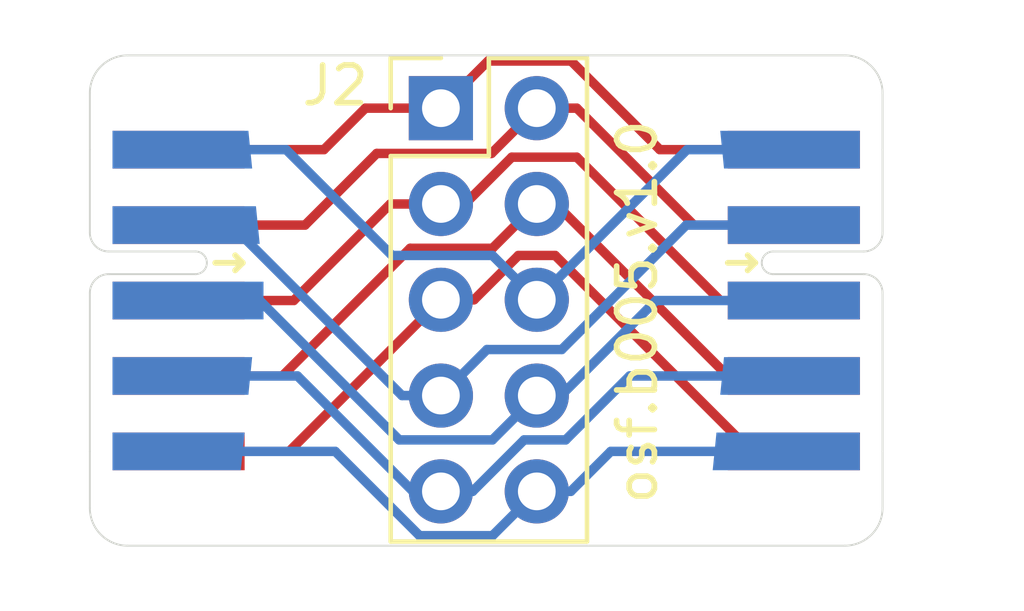
<source format=kicad_pcb>
(kicad_pcb (version 20211014) (generator pcbnew)
  (layers (0 "F.Cu" signal) (1 "In1.Cu" signal) (2 "In2.Cu" signal) (31 "B.Cu" signal) (34 "B.Paste" user) (35 "F.Paste" user) (36 "B.SilkS" user "B.Silkscreen") (37 "F.SilkS" user "F.Silkscreen") (38 "B.Mask" user) (39 "F.Mask" user) (44 "Edge.Cuts" user))
  (net 0 "")
  (net 1 "Net-(J1-Pad1)")
  (net 2 "Net-(J1-Pad2)")
  (net 3 "Net-(J1-Pad4)")
  (net 4 "Net-(J1-Pad3)")
  (net 5 "Net-(J1-Pad10)")
  (net 6 "Net-(J1-Pad6)")
  (net 7 "Net-(J1-Pad8)")
  (net 8 "Net-(J1-Pad9)")
  (net 9 "Net-(J1-Pad7)")
  (net 10 "Net-(J1-Pad5)")
  (footprint "on_edge:on_edge_2x05_device" (layer "F.Cu") (at 140.5 99 -90)
    (fp_text reference "J1")
    (fp_text value "Conn_01x10_Male")
    (fp_line (start -1 -4.05) (end -0.8 -3.85) (layer "F.SilkS") (width 0.153))
    (fp_line (start -1 -4.05) (end -1 -3.323) (layer "F.SilkS") (width 0.153))
    (fp_line (start -1.2 -3.85) (end -1 -4.05) (layer "F.SilkS") (width 0.153))
    (fp_line (start -0.7 -0.5) (end -0.7 -2.8) (layer "Edge.Cuts") (width 0.05))
    (fp_line (start -0.2 0) (end 4 0) (layer "Edge.Cuts") (width 0.05))
    (fp_line (start -4 0) (end -1.8 0) (layer "Edge.Cuts") (width 0.05))
    (fp_line (start -1.3 -2.8) (end -1.3 -0.5) (layer "Edge.Cuts") (width 0.05))
    (fp_arc (start -1.3 -2.8) (mid -1 -3.1) (end -0.7 -2.8) (layer "Edge.Cuts") (width 0.05))
    (fp_arc (start -0.2 0) (mid -0.553553 -0.146447) (end -0.7 -0.5) (layer "Edge.Cuts") (width 0.05))
    (fp_arc (start -1.3 -0.5) (mid -1.446447 -0.146447) (end -1.8 0) (layer "Edge.Cuts") (width 0.05))
    (pad "1" smd rect (at -4 -2.35 90) (size 1 3.5) (layers "F.Cu" "F.Mask") (net 1 "Net-(J1-Pad1)"))
    (pad "2" smd rect (at -2 -2.35 270) (size 1 3.5) (layers "F.Cu" "F.Mask") (net 2 "Net-(J1-Pad2)"))
    (pad "3" smd rect (at 0 -2.35 270) (size 1 3.5) (layers "F.Cu" "F.Mask") (net 4 "Net-(J1-Pad3)"))
    (pad "4" smd rect (at 2 -2.35 90) (size 1 3.5) (layers "F.Cu" "F.Mask") (net 3 "Net-(J1-Pad4)"))
    (pad "5" smd rect (at 4 -2.35 90) (size 1 3.5) (layers "F.Cu" "F.Mask") (net 10 "Net-(J1-Pad5)"))
    (pad "6" smd custom (at -4 -2.4 270) (size 1 3.6) (layers "B.Cu" "B.Mask") (net 6 "Net-(J1-Pad6)") (options (clearance outline) (anchor rect)) (primitives (gr_poly (pts (xy 0.5 -1.8) (xy 0.5 -1.9) (xy -0.5 -1.8)) (width 0) (fill yes))))
    (pad "7" smd custom (at -2 -2.1 270) (size 1 3) (layers "B.Cu" "B.Mask") (net 9 "Net-(J1-Pad7)") (options (clearance outline) (anchor rect)) (primitives (gr_poly (pts (xy 0.3 -0.51) (xy 0.31 -0.62) (xy 0.33 -0.7) (xy 0.35 -0.76) (xy 0.37 -0.81) (xy 0.4 -0.86) (xy 0.44 -0.92) (xy 0.48 -0.97) (xy 0.5 -0.99) (xy 0.5 -2.4) (xy -0.5 -2.3) (xy -0.5 1.5) (xy 0.3 1.5)) (width 0) (fill yes))))
    (pad "8" smd rect (at 0 -2.6 270) (size 1 4) (layers "B.Cu" "B.Mask") (net 7 "Net-(J1-Pad8)"))
    (pad "9" smd custom (at 2 -2.4 270) (size 1 3.6) (layers "B.Cu" "B.Mask") (net 8 "Net-(J1-Pad9)") (options (clearance outline) (anchor rect)) (primitives (gr_poly (pts (xy -0.5 -1.8) (xy -0.5 -1.9) (xy 0.5 -1.8)) (width 0) (fill yes))))
    (pad "10" smd custom (at 4 -2.3 270) (size 1 3.4) (layers "B.Cu" "B.Mask") (net 5 "Net-(J1-Pad10)") (options (clearance outline) (anchor rect)) (primitives (gr_poly (pts (xy -0.5 -1.7) (xy -0.5 -1.8) (xy 0.5 -1.7)) (width 0) (fill yes))))
  )
  (footprint "on_edge:on_edge_2x05_host" (layer "F.Cu") (at 161.5 99 -90)
    (fp_text reference "J6")
    (fp_text value "Conn_01x10_Male")
    (fp_line (start -1 4.1) (end -1 3.373) (layer "F.SilkS") (width 0.153))
    (fp_line (start -1 3.373) (end -1.2 3.573) (layer "F.SilkS") (width 0.153))
    (fp_line (start -0.8 3.573) (end -1 3.373) (layer "F.SilkS") (width 0.153))
    (fp_line (start -0.7 2.9) (end -0.7 0.5) (layer "Edge.Cuts") (width 0.05))
    (fp_line (start -0.2 0) (end 4 0) (layer "Edge.Cuts") (width 0.05))
    (fp_line (start -4 0) (end -1.8 0) (layer "Edge.Cuts") (width 0.05))
    (fp_line (start -1.3 0.5) (end -1.3 2.9) (layer "Edge.Cuts") (width 0.05))
    (fp_arc (start -0.7 0.5) (mid -0.553553 0.146447) (end -0.2 0) (layer "Edge.Cuts") (width 0.05))
    (fp_arc (start -1.8 0) (mid -1.446447 0.146447) (end -1.3 0.5) (layer "Edge.Cuts") (width 0.05))
    (fp_arc (start -0.7 2.9) (mid -1 3.2) (end -1.3 2.9) (layer "Edge.Cuts") (width 0.05))
    (pad "1" smd rect (at -4 2.35 270) (size 1 3.5) (layers "F.Cu" "F.Mask") (net 1 "Net-(J1-Pad1)"))
    (pad "2" smd rect (at -2 2.35 270) (size 1 3.5) (layers "F.Cu" "F.Mask") (net 2 "Net-(J1-Pad2)"))
    (pad "3" smd rect (at 0 2.35 270) (size 1 3.5) (layers "F.Cu" "F.Mask") (net 4 "Net-(J1-Pad3)"))
    (pad "4" smd rect (at 2 2.35 270) (size 1 3.5) (layers "F.Cu" "F.Mask") (net 3 "Net-(J1-Pad4)"))
    (pad "5" smd rect (at 4 2.35 270) (size 1 3.5) (layers "F.Cu" "F.Mask") (net 10 "Net-(J1-Pad5)"))
    (pad "6" smd custom (at -4 2.4 90) (size 1 3.6) (layers "B.Cu" "B.Mask") (net 6 "Net-(J1-Pad6)") (options (clearance outline) (anchor rect)) (primitives (gr_poly (pts (xy 0.5 -1.8) (xy -0.5 -1.8) (xy 0.5 -1.9)) (width 0) (fill yes))))
    (pad "7" smd rect (at -2 2.35 90) (size 1 3.5) (layers "B.Cu" "B.Mask") (net 9 "Net-(J1-Pad7)"))
    (pad "8" smd rect (at 0 2.35 90) (size 1 3.5) (layers "B.Cu" "B.Mask") (net 7 "Net-(J1-Pad8)"))
    (pad "9" smd custom (at 2 2.4 90) (size 1 3.6) (layers "B.Cu" "B.Mask") (net 8 "Net-(J1-Pad9)") (options (clearance outline) (anchor rect)) (primitives (gr_poly (pts (xy 0.5 -1.8) (xy -0.5 -1.8) (xy -0.5 -1.9)) (width 0) (fill yes))))
    (pad "10" smd custom (at 4 2.5 90) (size 1 3.8) (layers "B.Cu" "B.Mask") (net 5 "Net-(J1-Pad10)") (options (clearance outline) (anchor rect)) (primitives (gr_poly (pts (xy 0.5 -1.9) (xy -0.5 -1.9) (xy -0.5 -2)) (width 0) (fill yes))))
  )
  (footprint "Connector_PinHeader_2.54mm:PinHeader_2x05_P2.54mm_Vertical" (layer "F.Cu") (at 149.8 93.9)
    (fp_text reference "J2" (at -2.8 -0.6) (layer "F.SilkS"))
    (fp_text value "CA2310PA10Z")
    (fp_line (start 3.87 -1.33) (end 3.87 11.49) (layer "F.SilkS") (width 0.12))
    (fp_line (start 1.27 1.27) (end 1.27 -1.33) (layer "F.SilkS") (width 0.12))
    (fp_line (start -1.33 -1.33) (end 0 -1.33) (layer "F.SilkS") (width 0.12))
    (fp_line (start -1.33 11.49) (end 3.87 11.49) (layer "F.SilkS") (width 0.12))
    (fp_line (start -1.33 0) (end -1.33 -1.33) (layer "F.SilkS") (width 0.12))
    (fp_line (start -1.33 1.27) (end 1.27 1.27) (layer "F.SilkS") (width 0.12))
    (fp_line (start -1.33 1.27) (end -1.33 11.49) (layer "F.SilkS") (width 0.12))
    (fp_line (start 1.27 -1.33) (end 3.87 -1.33) (layer "F.SilkS") (width 0.12))
    (pad "1" thru_hole rect (at 0 0) (size 1.7 1.7) (drill 1) (layers *.Cu *.Mask) (net 1 "Net-(J1-Pad1)"))
    (pad "2" thru_hole oval (at 2.54 0) (size 1.7 1.7) (drill 1) (layers *.Cu *.Mask) (net 2 "Net-(J1-Pad2)"))
    (pad "3" thru_hole oval (at 0 2.54) (size 1.7 1.7) (drill 1) (layers *.Cu *.Mask) (net 4 "Net-(J1-Pad3)"))
    (pad "4" thru_hole oval (at 2.54 2.54) (size 1.7 1.7) (drill 1) (layers *.Cu *.Mask) (net 3 "Net-(J1-Pad4)"))
    (pad "5" thru_hole oval (at 0 5.08) (size 1.7 1.7) (drill 1) (layers *.Cu *.Mask) (net 10 "Net-(J1-Pad5)"))
    (pad "6" thru_hole oval (at 2.54 5.08) (size 1.7 1.7) (drill 1) (layers *.Cu *.Mask) (net 6 "Net-(J1-Pad6)"))
    (pad "7" thru_hole oval (at 0 7.62) (size 1.7 1.7) (drill 1) (layers *.Cu *.Mask) (net 9 "Net-(J1-Pad7)"))
    (pad "8" thru_hole oval (at 2.54 7.62) (size 1.7 1.7) (drill 1) (layers *.Cu *.Mask) (net 7 "Net-(J1-Pad8)"))
    (pad "9" thru_hole oval (at 0 10.16) (size 1.7 1.7) (drill 1) (layers *.Cu *.Mask) (net 8 "Net-(J1-Pad9)"))
    (pad "10" thru_hole oval (at 2.54 10.16) (size 1.7 1.7) (drill 1) (layers *.Cu *.Mask) (net 5 "Net-(J1-Pad10)"))
  )
  (gr_arc (start 140.5 93.5) (mid 140.792893 92.792893) (end 141.5 92.5) (layer "Edge.Cuts") (width 0.05))
  (gr_arc (start 161.5 104.5) (mid 161.207107 105.207107) (end 160.5 105.5) (layer "Edge.Cuts") (width 0.05))
  (gr_line (start 161.5 104.5) (end 161.5 103) (layer "Edge.Cuts") (width 0.05))
  (gr_line (start 160.5 92.5) (end 141.5 92.5) (layer "Edge.Cuts") (width 0.05))
  (gr_line (start 161.5 95) (end 161.5 93.5) (layer "Edge.Cuts") (width 0.05))
  (gr_line (start 140.5 95) (end 140.5 93.5) (layer "Edge.Cuts") (width 0.05))
  (gr_line (start 141.5 105.5) (end 160.5 105.5) (layer "Edge.Cuts") (width 0.05))
  (gr_line (start 140.5 104.5) (end 140.5 103) (layer "Edge.Cuts") (width 0.05))
  (gr_arc (start 141.5 105.5) (mid 140.792893 105.207107) (end 140.5 104.5) (layer "Edge.Cuts") (width 0.05))
  (gr_arc (start 160.5 92.5) (mid 161.207107 92.792893) (end 161.5 93.5) (layer "Edge.Cuts") (width 0.05))
  (gr_text "osf.b005.v1.0" (at 155 99.3 90) (layer "F.SilkS") (effects (font (size 1 1))))
  (segment (start 146.7 95) (end 147.8 93.9) (width 0.25) (layer "F.Cu") (net 1))
  (segment (start 155.6 95) (end 159.15 95) (width 0.25) (layer "F.Cu") (net 1))
  (segment (start 153.25 92.65) (end 155.6 95) (width 0.25) (layer "F.Cu") (net 1))
  (segment (start 149.8 93.9) (end 151.05 92.65) (width 0.25) (layer "F.Cu") (net 1))
  (segment (start 147.8 93.9) (end 149.8 93.9) (width 0.25) (layer "F.Cu") (net 1))
  (segment (start 142.85 95) (end 146.7 95) (width 0.25) (layer "F.Cu") (net 1))
  (segment (start 151.05 92.65) (end 153.25 92.65) (width 0.25) (layer "F.Cu") (net 1))
  (segment (start 146.2 97) (end 148.1 95.1) (width 0.25) (layer "F.Cu") (net 2))
  (segment (start 152.34 93.9) (end 153.4 93.9) (width 0.25) (layer "F.Cu") (net 2))
  (segment (start 156.5 97) (end 159.15 97) (width 0.25) (layer "F.Cu") (net 2))
  (segment (start 142.85 97) (end 146.2 97) (width 0.25) (layer "F.Cu") (net 2))
  (segment (start 151.14 95.1) (end 152.34 93.9) (width 0.25) (layer "F.Cu") (net 2))
  (segment (start 148.1 95.1) (end 151.14 95.1) (width 0.25) (layer "F.Cu") (net 2))
  (segment (start 153.4 93.9) (end 156.5 97) (width 0.25) (layer "F.Cu") (net 2))
  (segment (start 142.85 101) (end 145.6 101) (width 0.25) (layer "F.Cu") (net 3))
  (segment (start 157.4 101) (end 159.15 101) (width 0.25) (layer "F.Cu") (net 3))
  (segment (start 151.165 97.615) (end 152.34 96.44) (width 0.25) (layer "F.Cu") (net 3))
  (segment (start 152.34 96.44) (end 152.84 96.44) (width 0.25) (layer "F.Cu") (net 3))
  (segment (start 152.84 96.44) (end 157.4 101) (width 0.25) (layer "F.Cu") (net 3))
  (segment (start 145.6 101) (end 148.985 97.615) (width 0.25) (layer "F.Cu") (net 3))
  (segment (start 148.985 97.615) (end 151.165 97.615) (width 0.25) (layer "F.Cu") (net 3))
  (segment (start 148.46 96.44) (end 149.8 96.44) (width 0.25) (layer "F.Cu") (net 4))
  (segment (start 150.436396 96.44) (end 149.8 96.44) (width 0.25) (layer "F.Cu") (net 4))
  (segment (start 153.4 95.2) (end 151.676396 95.2) (width 0.25) (layer "F.Cu") (net 4))
  (segment (start 142.85 99) (end 145.9 99) (width 0.25) (layer "F.Cu") (net 4))
  (segment (start 159.15 99) (end 157.2 99) (width 0.25) (layer "F.Cu") (net 4))
  (segment (start 151.676396 95.2) (end 150.436396 96.44) (width 0.25) (layer "F.Cu") (net 4))
  (segment (start 157.2 99) (end 153.4 95.2) (width 0.25) (layer "F.Cu") (net 4))
  (segment (start 145.9 99) (end 148.46 96.44) (width 0.25) (layer "F.Cu") (net 4))
  (segment (start 151.165 105.235) (end 152.34 104.06) (width 0.25) (layer "B.Cu") (net 5))
  (segment (start 152.34 104.06) (end 153.24 104.06) (width 0.25) (layer "B.Cu") (net 5))
  (segment (start 142.8 103) (end 147 103) (width 0.25) (layer "B.Cu") (net 5))
  (segment (start 149.235 105.235) (end 151.165 105.235) (width 0.25) (layer "B.Cu") (net 5))
  (segment (start 153.24 104.06) (end 154.3 103) (width 0.25) (layer "B.Cu") (net 5))
  (segment (start 147 103) (end 149.235 105.235) (width 0.25) (layer "B.Cu") (net 5))
  (segment (start 154.3 103) (end 159 103) (width 0.25) (layer "B.Cu") (net 5))
  (segment (start 156.32 95) (end 159.1 95) (width 0.25) (layer "B.Cu") (net 6))
  (segment (start 151.165 97.805) (end 148.505 97.805) (width 0.25) (layer "B.Cu") (net 6))
  (segment (start 148.505 97.805) (end 145.7 95) (width 0.25) (layer "B.Cu") (net 6))
  (segment (start 152.34 98.98) (end 151.165 97.805) (width 0.25) (layer "B.Cu") (net 6))
  (segment (start 152.34 98.98) (end 156.32 95) (width 0.25) (layer "B.Cu") (net 6))
  (segment (start 145.7 95) (end 142.9 95) (width 0.25) (layer "B.Cu") (net 6))
  (segment (start 152.98 101.52) (end 155.5 99) (width 0.25) (layer "B.Cu") (net 7))
  (segment (start 151.165 102.695) (end 152.34 101.52) (width 0.25) (layer "B.Cu") (net 7))
  (segment (start 155.5 99) (end 159.15 99) (width 0.25) (layer "B.Cu") (net 7))
  (segment (start 143.1 99) (end 145 99) (width 0.25) (layer "B.Cu") (net 7))
  (segment (start 145 99) (end 148.695 102.695) (width 0.25) (layer "B.Cu") (net 7))
  (segment (start 148.695 102.695) (end 151.165 102.695) (width 0.25) (layer "B.Cu") (net 7))
  (segment (start 152.34 101.52) (end 152.98 101.52) (width 0.25) (layer "B.Cu") (net 7))
  (segment (start 153.105 102.695) (end 154.8 101) (width 0.25) (layer "B.Cu") (net 8))
  (segment (start 149.06 104.06) (end 149.8 104.06) (width 0.25) (layer "B.Cu") (net 8))
  (segment (start 149.8 104.06) (end 150.64 104.06) (width 0.25) (layer "B.Cu") (net 8))
  (segment (start 150.64 104.06) (end 152.005 102.695) (width 0.25) (layer "B.Cu") (net 8))
  (segment (start 142.9 101) (end 146 101) (width 0.25) (layer "B.Cu") (net 8))
  (segment (start 154.8 101) (end 159.1 101) (width 0.25) (layer "B.Cu") (net 8))
  (segment (start 152.005 102.695) (end 153.105 102.695) (width 0.25) (layer "B.Cu") (net 8))
  (segment (start 146 101) (end 149.06 104.06) (width 0.25) (layer "B.Cu") (net 8))
  (segment (start 156.3 97) (end 159.15 97) (width 0.25) (layer "B.Cu") (net 9))
  (segment (start 144.25 97) (end 148.77 101.52) (width 0.25) (layer "B.Cu") (net 9))
  (segment (start 151.02 100.3) (end 153 100.3) (width 0.25) (layer "B.Cu") (net 9))
  (segment (start 149.8 101.52) (end 151.02 100.3) (width 0.25) (layer "B.Cu") (net 9))
  (segment (start 153 100.3) (end 156.3 97) (width 0.25) (layer "B.Cu") (net 9))
  (segment (start 142.6 97) (end 144.25 97) (width 0.25) (layer "B.Cu") (net 9))
  (segment (start 148.77 101.52) (end 149.8 101.52) (width 0.25) (layer "B.Cu") (net 9))
  (segment (start 142.85 103) (end 145.78 103) (width 0.25) (layer "F.Cu") (net 10))
  (segment (start 152.826701 97.805) (end 151.853299 97.805) (width 0.25) (layer "F.Cu") (net 10))
  (segment (start 150.678299 98.98) (end 149.8 98.98) (width 0.25) (layer "F.Cu") (net 10))
  (segment (start 145.78 103) (end 149.8 98.98) (width 0.25) (layer "F.Cu") (net 10))
  (segment (start 158.021701 103) (end 152.826701 97.805) (width 0.25) (layer "F.Cu") (net 10))
  (segment (start 159.15 103) (end 158.021701 103) (width 0.25) (layer "F.Cu") (net 10))
  (segment (start 151.853299 97.805) (end 150.678299 98.98) (width 0.25) (layer "F.Cu") (net 10))
)
</source>
